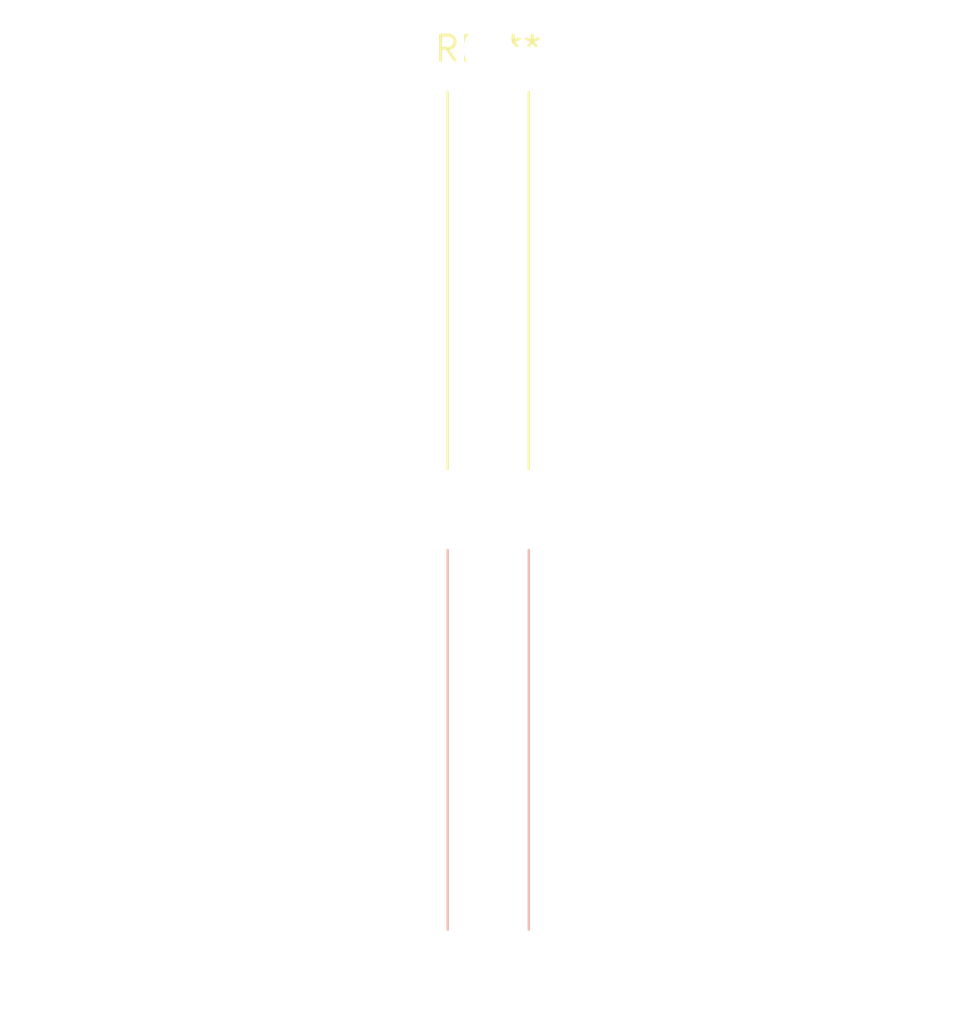
<source format=kicad_pcb>
(kicad_pcb (version 20240108) (generator pcbnew)
  (layers (0 "F.Cu" signal) (31 "B.Cu" signal) (34 "B.Paste" user) (35 "F.Paste" user) (36 "B.SilkS" user "B.Silkscreen") (37 "F.SilkS" user "F.Silkscreen") (38 "B.Mask" user) (39 "F.Mask" user) (44 "Edge.Cuts" user))
  (net 0 "")
  (footprint "SolderWire-2sqmm_1x01_D2mm_OD3.9mm_Relief2x" (layer "F.Cu") (at 0 0)
    (property "Reference" "REF**")
    (property "Value" "SolderWire-2sqmm_1x01_D2mm_OD3.9mm_Relief2x")
    (fp_line (start -2.06 25.46) (end -2.06 44.74) (layer "B.SilkS") (stroke (width 0.12)))
    (fp_line (start 2.06 25.46) (end 2.06 44.74) (layer "B.SilkS") (stroke (width 0.12)))
    (fp_line (start -2.06 2.21) (end -2.06 21.34) (layer "F.SilkS") (stroke (width 0.12)))
    (fp_line (start 2.06 2.21) (end 2.06 21.34) (layer "F.SilkS") (stroke (width 0.12)))
    (pad "" np_thru_hole circle (at 0 23.4) (size 4.4 4.4) (drill 4.4) (layers *.Cu *.Mask))
    (pad "" np_thru_hole circle (at 0 46.8) (size 4.4 4.4) (drill 4.4) (layers *.Cu *.Mask))
    (pad "1" thru_hole roundrect (at 0 0) (size 3.9 3.9) (drill 2.5) (layers *.Cu *.Mask) (remove_unused_layers) (roundrect_rratio 0.064103))
  )
)
</source>
